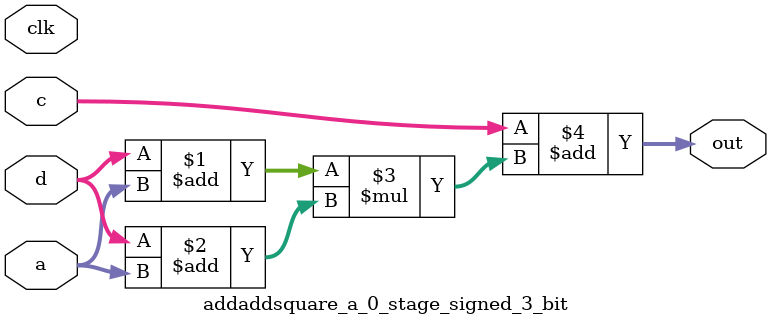
<source format=sv>
(* use_dsp = "yes" *) module addaddsquare_a_0_stage_signed_3_bit(
	input signed [2:0] a,
	input signed [2:0] c,
	input signed [2:0] d,
	output [2:0] out,
	input clk);

	assign out = c + ((d + a) * (d + a));
endmodule

</source>
